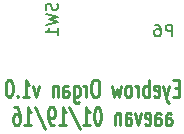
<source format=gbo>
G04 #@! TF.FileFunction,Legend,Bot*
%FSLAX46Y46*%
G04 Gerber Fmt 4.6, Leading zero omitted, Abs format (unit mm)*
G04 Created by KiCad (PCBNEW (2015-11-17 BZR 6321)-product) date Tue 19 Jan 2016 02:12:06 PM EST*
%MOMM*%
G01*
G04 APERTURE LIST*
%ADD10C,0.100000*%
%ADD11C,0.250000*%
%ADD12C,0.150000*%
G04 APERTURE END LIST*
D10*
D11*
X170995715Y-101007857D02*
X170662381Y-101007857D01*
X170519524Y-101793571D02*
X170995715Y-101793571D01*
X170995715Y-100293571D01*
X170519524Y-100293571D01*
X170186191Y-100793571D02*
X169948096Y-101793571D01*
X169710000Y-100793571D02*
X169948096Y-101793571D01*
X170043334Y-102150714D01*
X170090953Y-102222143D01*
X170186191Y-102293571D01*
X168948095Y-101722143D02*
X169043333Y-101793571D01*
X169233810Y-101793571D01*
X169329048Y-101722143D01*
X169376667Y-101579286D01*
X169376667Y-101007857D01*
X169329048Y-100865000D01*
X169233810Y-100793571D01*
X169043333Y-100793571D01*
X168948095Y-100865000D01*
X168900476Y-101007857D01*
X168900476Y-101150714D01*
X169376667Y-101293571D01*
X168471905Y-101793571D02*
X168471905Y-100293571D01*
X168471905Y-100865000D02*
X168376667Y-100793571D01*
X168186190Y-100793571D01*
X168090952Y-100865000D01*
X168043333Y-100936429D01*
X167995714Y-101079286D01*
X167995714Y-101507857D01*
X168043333Y-101650714D01*
X168090952Y-101722143D01*
X168186190Y-101793571D01*
X168376667Y-101793571D01*
X168471905Y-101722143D01*
X167567143Y-101793571D02*
X167567143Y-100793571D01*
X167567143Y-101079286D02*
X167519524Y-100936429D01*
X167471905Y-100865000D01*
X167376667Y-100793571D01*
X167281428Y-100793571D01*
X166805238Y-101793571D02*
X166900476Y-101722143D01*
X166948095Y-101650714D01*
X166995714Y-101507857D01*
X166995714Y-101079286D01*
X166948095Y-100936429D01*
X166900476Y-100865000D01*
X166805238Y-100793571D01*
X166662380Y-100793571D01*
X166567142Y-100865000D01*
X166519523Y-100936429D01*
X166471904Y-101079286D01*
X166471904Y-101507857D01*
X166519523Y-101650714D01*
X166567142Y-101722143D01*
X166662380Y-101793571D01*
X166805238Y-101793571D01*
X166138571Y-100793571D02*
X165948095Y-101793571D01*
X165757618Y-101079286D01*
X165567142Y-101793571D01*
X165376666Y-100793571D01*
X164043333Y-100293571D02*
X163852856Y-100293571D01*
X163757618Y-100365000D01*
X163662380Y-100507857D01*
X163614761Y-100793571D01*
X163614761Y-101293571D01*
X163662380Y-101579286D01*
X163757618Y-101722143D01*
X163852856Y-101793571D01*
X164043333Y-101793571D01*
X164138571Y-101722143D01*
X164233809Y-101579286D01*
X164281428Y-101293571D01*
X164281428Y-100793571D01*
X164233809Y-100507857D01*
X164138571Y-100365000D01*
X164043333Y-100293571D01*
X163186190Y-101793571D02*
X163186190Y-100793571D01*
X163186190Y-101079286D02*
X163138571Y-100936429D01*
X163090952Y-100865000D01*
X162995714Y-100793571D01*
X162900475Y-100793571D01*
X162138570Y-100793571D02*
X162138570Y-102007857D01*
X162186189Y-102150714D01*
X162233808Y-102222143D01*
X162329047Y-102293571D01*
X162471904Y-102293571D01*
X162567142Y-102222143D01*
X162138570Y-101722143D02*
X162233808Y-101793571D01*
X162424285Y-101793571D01*
X162519523Y-101722143D01*
X162567142Y-101650714D01*
X162614761Y-101507857D01*
X162614761Y-101079286D01*
X162567142Y-100936429D01*
X162519523Y-100865000D01*
X162424285Y-100793571D01*
X162233808Y-100793571D01*
X162138570Y-100865000D01*
X161233808Y-101793571D02*
X161233808Y-101007857D01*
X161281427Y-100865000D01*
X161376665Y-100793571D01*
X161567142Y-100793571D01*
X161662380Y-100865000D01*
X161233808Y-101722143D02*
X161329046Y-101793571D01*
X161567142Y-101793571D01*
X161662380Y-101722143D01*
X161709999Y-101579286D01*
X161709999Y-101436429D01*
X161662380Y-101293571D01*
X161567142Y-101222143D01*
X161329046Y-101222143D01*
X161233808Y-101150714D01*
X160757618Y-100793571D02*
X160757618Y-101793571D01*
X160757618Y-100936429D02*
X160709999Y-100865000D01*
X160614761Y-100793571D01*
X160471903Y-100793571D01*
X160376665Y-100865000D01*
X160329046Y-101007857D01*
X160329046Y-101793571D01*
X159186189Y-100793571D02*
X158948094Y-101793571D01*
X158709998Y-100793571D01*
X157805236Y-101793571D02*
X158376665Y-101793571D01*
X158090951Y-101793571D02*
X158090951Y-100293571D01*
X158186189Y-100507857D01*
X158281427Y-100650714D01*
X158376665Y-100722143D01*
X157376665Y-101650714D02*
X157329046Y-101722143D01*
X157376665Y-101793571D01*
X157424284Y-101722143D01*
X157376665Y-101650714D01*
X157376665Y-101793571D01*
X156709999Y-100293571D02*
X156614760Y-100293571D01*
X156519522Y-100365000D01*
X156471903Y-100436429D01*
X156424284Y-100579286D01*
X156376665Y-100865000D01*
X156376665Y-101222143D01*
X156424284Y-101507857D01*
X156471903Y-101650714D01*
X156519522Y-101722143D01*
X156614760Y-101793571D01*
X156709999Y-101793571D01*
X156805237Y-101722143D01*
X156852856Y-101650714D01*
X156900475Y-101507857D01*
X156948094Y-101222143D01*
X156948094Y-100865000D01*
X156900475Y-100579286D01*
X156852856Y-100436429D01*
X156805237Y-100365000D01*
X156709999Y-100293571D01*
X169948095Y-104143571D02*
X169948095Y-103357857D01*
X169995714Y-103215000D01*
X170090952Y-103143571D01*
X170281429Y-103143571D01*
X170376667Y-103215000D01*
X169948095Y-104072143D02*
X170043333Y-104143571D01*
X170281429Y-104143571D01*
X170376667Y-104072143D01*
X170424286Y-103929286D01*
X170424286Y-103786429D01*
X170376667Y-103643571D01*
X170281429Y-103572143D01*
X170043333Y-103572143D01*
X169948095Y-103500714D01*
X169043333Y-104143571D02*
X169043333Y-103357857D01*
X169090952Y-103215000D01*
X169186190Y-103143571D01*
X169376667Y-103143571D01*
X169471905Y-103215000D01*
X169043333Y-104072143D02*
X169138571Y-104143571D01*
X169376667Y-104143571D01*
X169471905Y-104072143D01*
X169519524Y-103929286D01*
X169519524Y-103786429D01*
X169471905Y-103643571D01*
X169376667Y-103572143D01*
X169138571Y-103572143D01*
X169043333Y-103500714D01*
X168186190Y-104072143D02*
X168281428Y-104143571D01*
X168471905Y-104143571D01*
X168567143Y-104072143D01*
X168614762Y-103929286D01*
X168614762Y-103357857D01*
X168567143Y-103215000D01*
X168471905Y-103143571D01*
X168281428Y-103143571D01*
X168186190Y-103215000D01*
X168138571Y-103357857D01*
X168138571Y-103500714D01*
X168614762Y-103643571D01*
X167805238Y-103143571D02*
X167567143Y-104143571D01*
X167329047Y-103143571D01*
X166519523Y-104143571D02*
X166519523Y-103357857D01*
X166567142Y-103215000D01*
X166662380Y-103143571D01*
X166852857Y-103143571D01*
X166948095Y-103215000D01*
X166519523Y-104072143D02*
X166614761Y-104143571D01*
X166852857Y-104143571D01*
X166948095Y-104072143D01*
X166995714Y-103929286D01*
X166995714Y-103786429D01*
X166948095Y-103643571D01*
X166852857Y-103572143D01*
X166614761Y-103572143D01*
X166519523Y-103500714D01*
X166043333Y-103143571D02*
X166043333Y-104143571D01*
X166043333Y-103286429D02*
X165995714Y-103215000D01*
X165900476Y-103143571D01*
X165757618Y-103143571D01*
X165662380Y-103215000D01*
X165614761Y-103357857D01*
X165614761Y-104143571D01*
X164186190Y-102643571D02*
X164090951Y-102643571D01*
X163995713Y-102715000D01*
X163948094Y-102786429D01*
X163900475Y-102929286D01*
X163852856Y-103215000D01*
X163852856Y-103572143D01*
X163900475Y-103857857D01*
X163948094Y-104000714D01*
X163995713Y-104072143D01*
X164090951Y-104143571D01*
X164186190Y-104143571D01*
X164281428Y-104072143D01*
X164329047Y-104000714D01*
X164376666Y-103857857D01*
X164424285Y-103572143D01*
X164424285Y-103215000D01*
X164376666Y-102929286D01*
X164329047Y-102786429D01*
X164281428Y-102715000D01*
X164186190Y-102643571D01*
X162900475Y-104143571D02*
X163471904Y-104143571D01*
X163186190Y-104143571D02*
X163186190Y-102643571D01*
X163281428Y-102857857D01*
X163376666Y-103000714D01*
X163471904Y-103072143D01*
X161757618Y-102572143D02*
X162614761Y-104500714D01*
X160900475Y-104143571D02*
X161471904Y-104143571D01*
X161186190Y-104143571D02*
X161186190Y-102643571D01*
X161281428Y-102857857D01*
X161376666Y-103000714D01*
X161471904Y-103072143D01*
X160424285Y-104143571D02*
X160233809Y-104143571D01*
X160138570Y-104072143D01*
X160090951Y-104000714D01*
X159995713Y-103786429D01*
X159948094Y-103500714D01*
X159948094Y-102929286D01*
X159995713Y-102786429D01*
X160043332Y-102715000D01*
X160138570Y-102643571D01*
X160329047Y-102643571D01*
X160424285Y-102715000D01*
X160471904Y-102786429D01*
X160519523Y-102929286D01*
X160519523Y-103286429D01*
X160471904Y-103429286D01*
X160424285Y-103500714D01*
X160329047Y-103572143D01*
X160138570Y-103572143D01*
X160043332Y-103500714D01*
X159995713Y-103429286D01*
X159948094Y-103286429D01*
X158805237Y-102572143D02*
X159662380Y-104500714D01*
X157948094Y-104143571D02*
X158519523Y-104143571D01*
X158233809Y-104143571D02*
X158233809Y-102643571D01*
X158329047Y-102857857D01*
X158424285Y-103000714D01*
X158519523Y-103072143D01*
X157090951Y-102643571D02*
X157281428Y-102643571D01*
X157376666Y-102715000D01*
X157424285Y-102786429D01*
X157519523Y-103000714D01*
X157567142Y-103286429D01*
X157567142Y-103857857D01*
X157519523Y-104000714D01*
X157471904Y-104072143D01*
X157376666Y-104143571D01*
X157186189Y-104143571D01*
X157090951Y-104072143D01*
X157043332Y-104000714D01*
X156995713Y-103857857D01*
X156995713Y-103500714D01*
X157043332Y-103357857D01*
X157090951Y-103286429D01*
X157186189Y-103215000D01*
X157376666Y-103215000D01*
X157471904Y-103286429D01*
X157519523Y-103357857D01*
X157567142Y-103500714D01*
D12*
X160704762Y-93866667D02*
X160752381Y-94009524D01*
X160752381Y-94247620D01*
X160704762Y-94342858D01*
X160657143Y-94390477D01*
X160561905Y-94438096D01*
X160466667Y-94438096D01*
X160371429Y-94390477D01*
X160323810Y-94342858D01*
X160276190Y-94247620D01*
X160228571Y-94057143D01*
X160180952Y-93961905D01*
X160133333Y-93914286D01*
X160038095Y-93866667D01*
X159942857Y-93866667D01*
X159847619Y-93914286D01*
X159800000Y-93961905D01*
X159752381Y-94057143D01*
X159752381Y-94295239D01*
X159800000Y-94438096D01*
X159752381Y-94771429D02*
X160752381Y-95009524D01*
X160038095Y-95200001D01*
X160752381Y-95390477D01*
X159752381Y-95628572D01*
X160752381Y-96533334D02*
X160752381Y-95961905D01*
X160752381Y-96247619D02*
X159752381Y-96247619D01*
X159895238Y-96152381D01*
X159990476Y-96057143D01*
X160038095Y-95961905D01*
X170468095Y-96632381D02*
X170468095Y-95632381D01*
X170087142Y-95632381D01*
X169991904Y-95680000D01*
X169944285Y-95727619D01*
X169896666Y-95822857D01*
X169896666Y-95965714D01*
X169944285Y-96060952D01*
X169991904Y-96108571D01*
X170087142Y-96156190D01*
X170468095Y-96156190D01*
X169039523Y-95632381D02*
X169230000Y-95632381D01*
X169325238Y-95680000D01*
X169372857Y-95727619D01*
X169468095Y-95870476D01*
X169515714Y-96060952D01*
X169515714Y-96441905D01*
X169468095Y-96537143D01*
X169420476Y-96584762D01*
X169325238Y-96632381D01*
X169134761Y-96632381D01*
X169039523Y-96584762D01*
X168991904Y-96537143D01*
X168944285Y-96441905D01*
X168944285Y-96203810D01*
X168991904Y-96108571D01*
X169039523Y-96060952D01*
X169134761Y-96013333D01*
X169325238Y-96013333D01*
X169420476Y-96060952D01*
X169468095Y-96108571D01*
X169515714Y-96203810D01*
M02*

</source>
